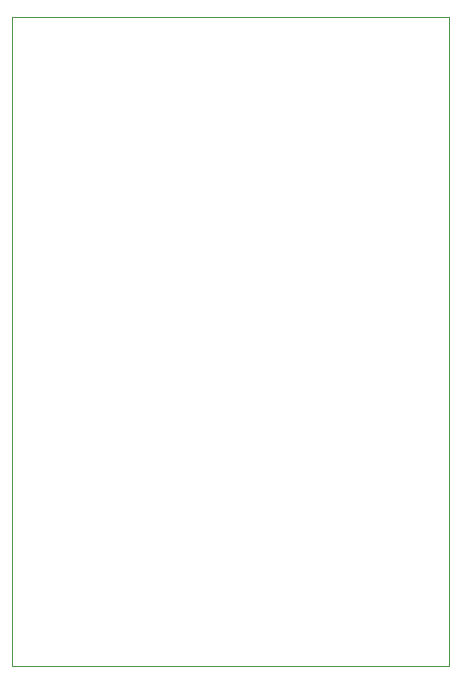
<source format=gbr>
%TF.GenerationSoftware,KiCad,Pcbnew,7.0.1*%
%TF.CreationDate,2024-02-27T21:29:27+01:00*%
%TF.ProjectId,PresenceDetection,50726573-656e-4636-9544-657465637469,rev?*%
%TF.SameCoordinates,Original*%
%TF.FileFunction,Profile,NP*%
%FSLAX46Y46*%
G04 Gerber Fmt 4.6, Leading zero omitted, Abs format (unit mm)*
G04 Created by KiCad (PCBNEW 7.0.1) date 2024-02-27 21:29:27*
%MOMM*%
%LPD*%
G01*
G04 APERTURE LIST*
%TA.AperFunction,Profile*%
%ADD10C,0.100000*%
%TD*%
G04 APERTURE END LIST*
D10*
X128000000Y-138000000D02*
X163000000Y-138000000D01*
X126000000Y-138000000D02*
X126000000Y-83000000D01*
X127000000Y-138000000D02*
X126000000Y-138000000D01*
X163000000Y-138000000D02*
X163000000Y-83000000D01*
X126000000Y-83000000D02*
X163000000Y-83000000D01*
X128000000Y-138000000D02*
X127000000Y-138000000D01*
M02*

</source>
